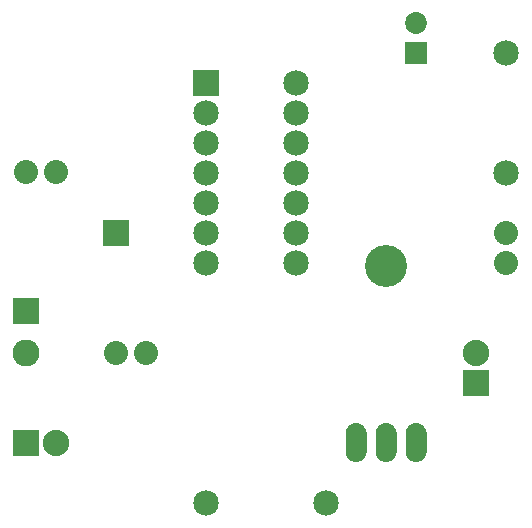
<source format=gbs>
G04 MADE WITH FRITZING*
G04 WWW.FRITZING.ORG*
G04 SINGLE SIDED*
G04 HOLES NOT PLATED*
G04 CONTOUR ON CENTER OF CONTOUR VECTOR*
%ASAXBY*%
%FSLAX23Y23*%
%MOIN*%
%OFA0B0*%
%SFA1.0B1.0*%
%ADD10C,0.085000*%
%ADD11C,0.072992*%
%ADD12C,0.080000*%
%ADD13C,0.088000*%
%ADD14C,0.090000*%
%ADD15C,0.070000*%
%ADD16C,0.140000*%
%ADD17R,0.085000X0.085000*%
%ADD18R,0.072992X0.072992*%
%ADD19R,0.088000X0.088000*%
%ADD20R,0.090000X0.090000*%
%ADD21R,0.001000X0.001000*%
%LNMASK0*%
G90*
G70*
G54D10*
X1407Y1776D03*
X1707Y1776D03*
X1407Y1676D03*
X1707Y1676D03*
X1407Y1576D03*
X1707Y1576D03*
X1407Y1476D03*
X1707Y1476D03*
X1407Y1376D03*
X1707Y1376D03*
X1407Y1276D03*
X1707Y1276D03*
X1407Y1176D03*
X1707Y1176D03*
X1807Y377D03*
X1407Y377D03*
X2407Y1476D03*
X2407Y1876D03*
G54D11*
X2106Y1877D03*
X2106Y1975D03*
G54D12*
X2407Y1176D03*
X2407Y1276D03*
X806Y1478D03*
X906Y1478D03*
G54D13*
X806Y577D03*
X906Y577D03*
X2307Y777D03*
X2307Y877D03*
G54D12*
X1206Y877D03*
X1106Y877D03*
G54D13*
X1106Y1277D03*
G54D14*
X806Y1015D03*
X806Y877D03*
G54D15*
X1906Y577D03*
X2006Y577D03*
X2106Y577D03*
G54D16*
X2006Y1167D03*
G54D17*
X1407Y1776D03*
G54D18*
X2106Y1877D03*
G54D19*
X806Y577D03*
X2307Y777D03*
X1106Y1277D03*
G54D20*
X806Y1015D03*
G54D21*
X1902Y642D02*
X1909Y642D01*
X2002Y642D02*
X2009Y642D01*
X2102Y642D02*
X2109Y642D01*
X1897Y641D02*
X1914Y641D01*
X1997Y641D02*
X2014Y641D01*
X2097Y641D02*
X2114Y641D01*
X1894Y640D02*
X1917Y640D01*
X1994Y640D02*
X2017Y640D01*
X2094Y640D02*
X2117Y640D01*
X1892Y639D02*
X1920Y639D01*
X1992Y639D02*
X2019Y639D01*
X2092Y639D02*
X2119Y639D01*
X1890Y638D02*
X1922Y638D01*
X1990Y638D02*
X2022Y638D01*
X2090Y638D02*
X2122Y638D01*
X1888Y637D02*
X1923Y637D01*
X1988Y637D02*
X2023Y637D01*
X2088Y637D02*
X2123Y637D01*
X1886Y636D02*
X1925Y636D01*
X1986Y636D02*
X2025Y636D01*
X2086Y636D02*
X2125Y636D01*
X1885Y635D02*
X1926Y635D01*
X1985Y635D02*
X2026Y635D01*
X2085Y635D02*
X2126Y635D01*
X1884Y634D02*
X1928Y634D01*
X1984Y634D02*
X2028Y634D01*
X2084Y634D02*
X2128Y634D01*
X1882Y633D02*
X1929Y633D01*
X1982Y633D02*
X2029Y633D01*
X2082Y633D02*
X2129Y633D01*
X1881Y632D02*
X1930Y632D01*
X1981Y632D02*
X2030Y632D01*
X2081Y632D02*
X2130Y632D01*
X1880Y631D02*
X1931Y631D01*
X1980Y631D02*
X2031Y631D01*
X2080Y631D02*
X2131Y631D01*
X1880Y630D02*
X1932Y630D01*
X1980Y630D02*
X2032Y630D01*
X2080Y630D02*
X2132Y630D01*
X1879Y629D02*
X1932Y629D01*
X1979Y629D02*
X2032Y629D01*
X2079Y629D02*
X2132Y629D01*
X1878Y628D02*
X1933Y628D01*
X1978Y628D02*
X2033Y628D01*
X2078Y628D02*
X2133Y628D01*
X1877Y627D02*
X1934Y627D01*
X1977Y627D02*
X2034Y627D01*
X2077Y627D02*
X2134Y627D01*
X1877Y626D02*
X1935Y626D01*
X1977Y626D02*
X2035Y626D01*
X2077Y626D02*
X2134Y626D01*
X1876Y625D02*
X1935Y625D01*
X1976Y625D02*
X2035Y625D01*
X2076Y625D02*
X2135Y625D01*
X1875Y624D02*
X1936Y624D01*
X1975Y624D02*
X2036Y624D01*
X2075Y624D02*
X2136Y624D01*
X1875Y623D02*
X1936Y623D01*
X1975Y623D02*
X2036Y623D01*
X2075Y623D02*
X2136Y623D01*
X1874Y622D02*
X1937Y622D01*
X1974Y622D02*
X2037Y622D01*
X2074Y622D02*
X2137Y622D01*
X1874Y621D02*
X1937Y621D01*
X1974Y621D02*
X2037Y621D01*
X2074Y621D02*
X2137Y621D01*
X1874Y620D02*
X1938Y620D01*
X1974Y620D02*
X2038Y620D01*
X2074Y620D02*
X2138Y620D01*
X1873Y619D02*
X1938Y619D01*
X1973Y619D02*
X2038Y619D01*
X2073Y619D02*
X2138Y619D01*
X1873Y618D02*
X1938Y618D01*
X1973Y618D02*
X2038Y618D01*
X2073Y618D02*
X2138Y618D01*
X1873Y617D02*
X1939Y617D01*
X1973Y617D02*
X2039Y617D01*
X2073Y617D02*
X2139Y617D01*
X1872Y616D02*
X1939Y616D01*
X1972Y616D02*
X2039Y616D01*
X2072Y616D02*
X2139Y616D01*
X1872Y615D02*
X1939Y615D01*
X1972Y615D02*
X2039Y615D01*
X2072Y615D02*
X2139Y615D01*
X1872Y614D02*
X1939Y614D01*
X1972Y614D02*
X2039Y614D01*
X2072Y614D02*
X2139Y614D01*
X1872Y613D02*
X1940Y613D01*
X1972Y613D02*
X2040Y613D01*
X2072Y613D02*
X2140Y613D01*
X1871Y612D02*
X1940Y612D01*
X1971Y612D02*
X2040Y612D01*
X2071Y612D02*
X2140Y612D01*
X1871Y611D02*
X1940Y611D01*
X1971Y611D02*
X2040Y611D01*
X2071Y611D02*
X2140Y611D01*
X1871Y610D02*
X1940Y610D01*
X1971Y610D02*
X2040Y610D01*
X2071Y610D02*
X2140Y610D01*
X1871Y609D02*
X1940Y609D01*
X1971Y609D02*
X2040Y609D01*
X2071Y609D02*
X2140Y609D01*
X1871Y608D02*
X1940Y608D01*
X1971Y608D02*
X2040Y608D01*
X2071Y608D02*
X2140Y608D01*
X1871Y607D02*
X1940Y607D01*
X1971Y607D02*
X2040Y607D01*
X2071Y607D02*
X2140Y607D01*
X1871Y606D02*
X1940Y606D01*
X1971Y606D02*
X2040Y606D01*
X2071Y606D02*
X2140Y606D01*
X1871Y605D02*
X1940Y605D01*
X1971Y605D02*
X2040Y605D01*
X2071Y605D02*
X2140Y605D01*
X1871Y604D02*
X1940Y604D01*
X1971Y604D02*
X2040Y604D01*
X2071Y604D02*
X2140Y604D01*
X1871Y603D02*
X1940Y603D01*
X1971Y603D02*
X2040Y603D01*
X2071Y603D02*
X2140Y603D01*
X1871Y602D02*
X1940Y602D01*
X1971Y602D02*
X2040Y602D01*
X2071Y602D02*
X2140Y602D01*
X1871Y601D02*
X1940Y601D01*
X1971Y601D02*
X2040Y601D01*
X2071Y601D02*
X2140Y601D01*
X1871Y600D02*
X1940Y600D01*
X1971Y600D02*
X2040Y600D01*
X2071Y600D02*
X2140Y600D01*
X1871Y599D02*
X1940Y599D01*
X1971Y599D02*
X2040Y599D01*
X2071Y599D02*
X2140Y599D01*
X1871Y598D02*
X1940Y598D01*
X1971Y598D02*
X2040Y598D01*
X2071Y598D02*
X2140Y598D01*
X1871Y597D02*
X1940Y597D01*
X1971Y597D02*
X2040Y597D01*
X2071Y597D02*
X2140Y597D01*
X1871Y596D02*
X1940Y596D01*
X1971Y596D02*
X2040Y596D01*
X2071Y596D02*
X2140Y596D01*
X1871Y595D02*
X1940Y595D01*
X1971Y595D02*
X2040Y595D01*
X2071Y595D02*
X2140Y595D01*
X1871Y594D02*
X1940Y594D01*
X1971Y594D02*
X2040Y594D01*
X2071Y594D02*
X2140Y594D01*
X1871Y593D02*
X1940Y593D01*
X1971Y593D02*
X2040Y593D01*
X2071Y593D02*
X2140Y593D01*
X1871Y592D02*
X1902Y592D01*
X1909Y592D02*
X1940Y592D01*
X1971Y592D02*
X2002Y592D01*
X2009Y592D02*
X2040Y592D01*
X2071Y592D02*
X2102Y592D01*
X2109Y592D02*
X2140Y592D01*
X1871Y591D02*
X1899Y591D01*
X1912Y591D02*
X1940Y591D01*
X1971Y591D02*
X1999Y591D01*
X2012Y591D02*
X2040Y591D01*
X2071Y591D02*
X2099Y591D01*
X2112Y591D02*
X2140Y591D01*
X1871Y590D02*
X1897Y590D01*
X1914Y590D02*
X1940Y590D01*
X1971Y590D02*
X1997Y590D01*
X2014Y590D02*
X2040Y590D01*
X2071Y590D02*
X2097Y590D01*
X2114Y590D02*
X2140Y590D01*
X1871Y589D02*
X1896Y589D01*
X1915Y589D02*
X1940Y589D01*
X1971Y589D02*
X1996Y589D01*
X2015Y589D02*
X2040Y589D01*
X2071Y589D02*
X2096Y589D01*
X2115Y589D02*
X2140Y589D01*
X1871Y588D02*
X1895Y588D01*
X1916Y588D02*
X1940Y588D01*
X1971Y588D02*
X1995Y588D01*
X2016Y588D02*
X2040Y588D01*
X2071Y588D02*
X2095Y588D01*
X2116Y588D02*
X2140Y588D01*
X1871Y587D02*
X1894Y587D01*
X1917Y587D02*
X1940Y587D01*
X1971Y587D02*
X1994Y587D01*
X2017Y587D02*
X2040Y587D01*
X2071Y587D02*
X2094Y587D01*
X2117Y587D02*
X2140Y587D01*
X1871Y586D02*
X1893Y586D01*
X1918Y586D02*
X1940Y586D01*
X1971Y586D02*
X1993Y586D01*
X2018Y586D02*
X2040Y586D01*
X2071Y586D02*
X2093Y586D01*
X2118Y586D02*
X2140Y586D01*
X1871Y585D02*
X1892Y585D01*
X1919Y585D02*
X1940Y585D01*
X1971Y585D02*
X1992Y585D01*
X2019Y585D02*
X2040Y585D01*
X2071Y585D02*
X2092Y585D01*
X2119Y585D02*
X2140Y585D01*
X1871Y584D02*
X1892Y584D01*
X1919Y584D02*
X1940Y584D01*
X1971Y584D02*
X1992Y584D01*
X2019Y584D02*
X2040Y584D01*
X2071Y584D02*
X2092Y584D01*
X2119Y584D02*
X2140Y584D01*
X1871Y583D02*
X1891Y583D01*
X1920Y583D02*
X1940Y583D01*
X1971Y583D02*
X1991Y583D01*
X2020Y583D02*
X2040Y583D01*
X2071Y583D02*
X2091Y583D01*
X2120Y583D02*
X2140Y583D01*
X1871Y582D02*
X1891Y582D01*
X1920Y582D02*
X1940Y582D01*
X1971Y582D02*
X1991Y582D01*
X2020Y582D02*
X2040Y582D01*
X2071Y582D02*
X2091Y582D01*
X2120Y582D02*
X2140Y582D01*
X1871Y581D02*
X1891Y581D01*
X1921Y581D02*
X1940Y581D01*
X1971Y581D02*
X1991Y581D01*
X2021Y581D02*
X2040Y581D01*
X2071Y581D02*
X2091Y581D01*
X2121Y581D02*
X2140Y581D01*
X1871Y580D02*
X1890Y580D01*
X1921Y580D02*
X1940Y580D01*
X1971Y580D02*
X1990Y580D01*
X2021Y580D02*
X2040Y580D01*
X2071Y580D02*
X2090Y580D01*
X2121Y580D02*
X2140Y580D01*
X1871Y579D02*
X1890Y579D01*
X1921Y579D02*
X1940Y579D01*
X1971Y579D02*
X1990Y579D01*
X2021Y579D02*
X2040Y579D01*
X2071Y579D02*
X2090Y579D01*
X2121Y579D02*
X2140Y579D01*
X1871Y578D02*
X1890Y578D01*
X1921Y578D02*
X1940Y578D01*
X1971Y578D02*
X1990Y578D01*
X2021Y578D02*
X2040Y578D01*
X2071Y578D02*
X2090Y578D01*
X2121Y578D02*
X2140Y578D01*
X1871Y577D02*
X1890Y577D01*
X1921Y577D02*
X1940Y577D01*
X1971Y577D02*
X1990Y577D01*
X2021Y577D02*
X2040Y577D01*
X2071Y577D02*
X2090Y577D01*
X2121Y577D02*
X2140Y577D01*
X1871Y576D02*
X1890Y576D01*
X1921Y576D02*
X1940Y576D01*
X1971Y576D02*
X1990Y576D01*
X2021Y576D02*
X2040Y576D01*
X2071Y576D02*
X2090Y576D01*
X2121Y576D02*
X2140Y576D01*
X1871Y575D02*
X1890Y575D01*
X1921Y575D02*
X1940Y575D01*
X1971Y575D02*
X1990Y575D01*
X2021Y575D02*
X2040Y575D01*
X2071Y575D02*
X2090Y575D01*
X2121Y575D02*
X2140Y575D01*
X1871Y574D02*
X1890Y574D01*
X1921Y574D02*
X1940Y574D01*
X1971Y574D02*
X1990Y574D01*
X2021Y574D02*
X2040Y574D01*
X2071Y574D02*
X2090Y574D01*
X2121Y574D02*
X2140Y574D01*
X1871Y573D02*
X1891Y573D01*
X1920Y573D02*
X1940Y573D01*
X1971Y573D02*
X1991Y573D01*
X2020Y573D02*
X2040Y573D01*
X2071Y573D02*
X2091Y573D01*
X2120Y573D02*
X2140Y573D01*
X1871Y572D02*
X1891Y572D01*
X1920Y572D02*
X1940Y572D01*
X1971Y572D02*
X1991Y572D01*
X2020Y572D02*
X2040Y572D01*
X2071Y572D02*
X2091Y572D01*
X2120Y572D02*
X2140Y572D01*
X1871Y571D02*
X1891Y571D01*
X1920Y571D02*
X1940Y571D01*
X1971Y571D02*
X1991Y571D01*
X2020Y571D02*
X2040Y571D01*
X2071Y571D02*
X2091Y571D01*
X2120Y571D02*
X2140Y571D01*
X1871Y570D02*
X1892Y570D01*
X1919Y570D02*
X1940Y570D01*
X1971Y570D02*
X1992Y570D01*
X2019Y570D02*
X2040Y570D01*
X2071Y570D02*
X2092Y570D01*
X2119Y570D02*
X2140Y570D01*
X1871Y569D02*
X1893Y569D01*
X1919Y569D02*
X1940Y569D01*
X1971Y569D02*
X1993Y569D01*
X2019Y569D02*
X2040Y569D01*
X2071Y569D02*
X2092Y569D01*
X2119Y569D02*
X2140Y569D01*
X1871Y568D02*
X1893Y568D01*
X1918Y568D02*
X1940Y568D01*
X1971Y568D02*
X1993Y568D01*
X2018Y568D02*
X2040Y568D01*
X2071Y568D02*
X2093Y568D01*
X2118Y568D02*
X2140Y568D01*
X1871Y567D02*
X1894Y567D01*
X1917Y567D02*
X1940Y567D01*
X1971Y567D02*
X1994Y567D01*
X2017Y567D02*
X2040Y567D01*
X2071Y567D02*
X2094Y567D01*
X2117Y567D02*
X2140Y567D01*
X1871Y566D02*
X1895Y566D01*
X1916Y566D02*
X1940Y566D01*
X1971Y566D02*
X1995Y566D01*
X2016Y566D02*
X2040Y566D01*
X2071Y566D02*
X2095Y566D01*
X2116Y566D02*
X2140Y566D01*
X1871Y565D02*
X1896Y565D01*
X1915Y565D02*
X1940Y565D01*
X1971Y565D02*
X1996Y565D01*
X2015Y565D02*
X2040Y565D01*
X2071Y565D02*
X2096Y565D01*
X2115Y565D02*
X2140Y565D01*
X1871Y564D02*
X1898Y564D01*
X1913Y564D02*
X1940Y564D01*
X1971Y564D02*
X1998Y564D01*
X2013Y564D02*
X2040Y564D01*
X2071Y564D02*
X2098Y564D01*
X2113Y564D02*
X2140Y564D01*
X1871Y563D02*
X1900Y563D01*
X1911Y563D02*
X1940Y563D01*
X1971Y563D02*
X2000Y563D01*
X2011Y563D02*
X2040Y563D01*
X2071Y563D02*
X2100Y563D01*
X2111Y563D02*
X2140Y563D01*
X1871Y562D02*
X1940Y562D01*
X1971Y562D02*
X2040Y562D01*
X2071Y562D02*
X2140Y562D01*
X1871Y561D02*
X1940Y561D01*
X1971Y561D02*
X2040Y561D01*
X2071Y561D02*
X2140Y561D01*
X1871Y560D02*
X1940Y560D01*
X1971Y560D02*
X2040Y560D01*
X2071Y560D02*
X2140Y560D01*
X1871Y559D02*
X1940Y559D01*
X1971Y559D02*
X2040Y559D01*
X2071Y559D02*
X2140Y559D01*
X1871Y558D02*
X1940Y558D01*
X1971Y558D02*
X2040Y558D01*
X2071Y558D02*
X2140Y558D01*
X1871Y557D02*
X1940Y557D01*
X1971Y557D02*
X2040Y557D01*
X2071Y557D02*
X2140Y557D01*
X1871Y556D02*
X1940Y556D01*
X1971Y556D02*
X2040Y556D01*
X2071Y556D02*
X2140Y556D01*
X1871Y555D02*
X1940Y555D01*
X1971Y555D02*
X2040Y555D01*
X2071Y555D02*
X2140Y555D01*
X1871Y554D02*
X1940Y554D01*
X1971Y554D02*
X2040Y554D01*
X2071Y554D02*
X2140Y554D01*
X1871Y553D02*
X1940Y553D01*
X1971Y553D02*
X2040Y553D01*
X2071Y553D02*
X2140Y553D01*
X1871Y552D02*
X1940Y552D01*
X1971Y552D02*
X2040Y552D01*
X2071Y552D02*
X2140Y552D01*
X1871Y551D02*
X1940Y551D01*
X1971Y551D02*
X2040Y551D01*
X2071Y551D02*
X2140Y551D01*
X1871Y550D02*
X1940Y550D01*
X1971Y550D02*
X2040Y550D01*
X2071Y550D02*
X2140Y550D01*
X1871Y549D02*
X1940Y549D01*
X1971Y549D02*
X2040Y549D01*
X2071Y549D02*
X2140Y549D01*
X1871Y548D02*
X1940Y548D01*
X1971Y548D02*
X2040Y548D01*
X2071Y548D02*
X2140Y548D01*
X1871Y547D02*
X1940Y547D01*
X1971Y547D02*
X2040Y547D01*
X2071Y547D02*
X2140Y547D01*
X1871Y546D02*
X1940Y546D01*
X1971Y546D02*
X2040Y546D01*
X2071Y546D02*
X2140Y546D01*
X1871Y545D02*
X1940Y545D01*
X1971Y545D02*
X2040Y545D01*
X2071Y545D02*
X2140Y545D01*
X1871Y544D02*
X1940Y544D01*
X1971Y544D02*
X2040Y544D01*
X2071Y544D02*
X2140Y544D01*
X1871Y543D02*
X1940Y543D01*
X1971Y543D02*
X2040Y543D01*
X2071Y543D02*
X2140Y543D01*
X1872Y542D02*
X1940Y542D01*
X1972Y542D02*
X2040Y542D01*
X2072Y542D02*
X2140Y542D01*
X1872Y541D02*
X1939Y541D01*
X1972Y541D02*
X2039Y541D01*
X2072Y541D02*
X2139Y541D01*
X1872Y540D02*
X1939Y540D01*
X1972Y540D02*
X2039Y540D01*
X2072Y540D02*
X2139Y540D01*
X1872Y539D02*
X1939Y539D01*
X1972Y539D02*
X2039Y539D01*
X2072Y539D02*
X2139Y539D01*
X1872Y538D02*
X1939Y538D01*
X1972Y538D02*
X2039Y538D01*
X2072Y538D02*
X2139Y538D01*
X1873Y537D02*
X1938Y537D01*
X1973Y537D02*
X2038Y537D01*
X2073Y537D02*
X2138Y537D01*
X1873Y536D02*
X1938Y536D01*
X1973Y536D02*
X2038Y536D01*
X2073Y536D02*
X2138Y536D01*
X1873Y535D02*
X1938Y535D01*
X1973Y535D02*
X2038Y535D01*
X2073Y535D02*
X2138Y535D01*
X1874Y534D02*
X1937Y534D01*
X1974Y534D02*
X2037Y534D01*
X2074Y534D02*
X2137Y534D01*
X1874Y533D02*
X1937Y533D01*
X1974Y533D02*
X2037Y533D01*
X2074Y533D02*
X2137Y533D01*
X1875Y532D02*
X1936Y532D01*
X1975Y532D02*
X2036Y532D01*
X2075Y532D02*
X2136Y532D01*
X1875Y531D02*
X1936Y531D01*
X1975Y531D02*
X2036Y531D01*
X2075Y531D02*
X2136Y531D01*
X1876Y530D02*
X1935Y530D01*
X1976Y530D02*
X2035Y530D01*
X2076Y530D02*
X2135Y530D01*
X1876Y529D02*
X1935Y529D01*
X1976Y529D02*
X2035Y529D01*
X2076Y529D02*
X2135Y529D01*
X1877Y528D02*
X1934Y528D01*
X1977Y528D02*
X2034Y528D01*
X2077Y528D02*
X2134Y528D01*
X1878Y527D02*
X1934Y527D01*
X1978Y527D02*
X2034Y527D01*
X2078Y527D02*
X2134Y527D01*
X1878Y526D02*
X1933Y526D01*
X1978Y526D02*
X2033Y526D01*
X2078Y526D02*
X2133Y526D01*
X1879Y525D02*
X1932Y525D01*
X1979Y525D02*
X2032Y525D01*
X2079Y525D02*
X2132Y525D01*
X1880Y524D02*
X1931Y524D01*
X1980Y524D02*
X2031Y524D01*
X2080Y524D02*
X2131Y524D01*
X1881Y523D02*
X1930Y523D01*
X1981Y523D02*
X2030Y523D01*
X2081Y523D02*
X2130Y523D01*
X1882Y522D02*
X1929Y522D01*
X1982Y522D02*
X2029Y522D01*
X2082Y522D02*
X2129Y522D01*
X1883Y521D02*
X1928Y521D01*
X1983Y521D02*
X2028Y521D01*
X2083Y521D02*
X2128Y521D01*
X1884Y520D02*
X1927Y520D01*
X1984Y520D02*
X2027Y520D01*
X2084Y520D02*
X2127Y520D01*
X1886Y519D02*
X1926Y519D01*
X1986Y519D02*
X2026Y519D01*
X2086Y519D02*
X2126Y519D01*
X1887Y518D02*
X1924Y518D01*
X1987Y518D02*
X2024Y518D01*
X2087Y518D02*
X2124Y518D01*
X1889Y517D02*
X1923Y517D01*
X1989Y517D02*
X2022Y517D01*
X2089Y517D02*
X2122Y517D01*
X1891Y516D02*
X1921Y516D01*
X1991Y516D02*
X2021Y516D01*
X2091Y516D02*
X2121Y516D01*
X1893Y515D02*
X1918Y515D01*
X1993Y515D02*
X2018Y515D01*
X2093Y515D02*
X2118Y515D01*
X1895Y514D02*
X1916Y514D01*
X1995Y514D02*
X2016Y514D01*
X2095Y514D02*
X2116Y514D01*
X1899Y513D02*
X1912Y513D01*
X1999Y513D02*
X2012Y513D01*
X2099Y513D02*
X2112Y513D01*
D02*
G04 End of Mask0*
M02*
</source>
